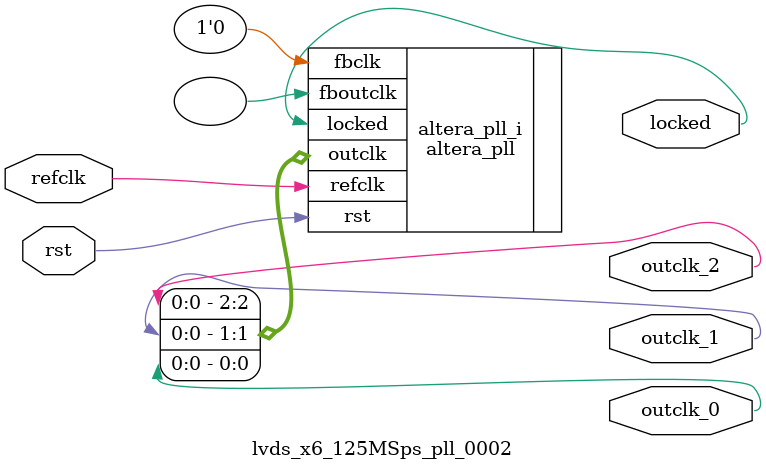
<source format=v>
`timescale 1ns/10ps
module  lvds_x6_125MSps_pll_0002(

	// interface 'refclk'
	input wire refclk,

	// interface 'reset'
	input wire rst,

	// interface 'outclk0'
	output wire outclk_0,

	// interface 'outclk1'
	output wire outclk_1,

	// interface 'outclk2'
	output wire outclk_2,

	// interface 'locked'
	output wire locked
);

	altera_pll #(
		.fractional_vco_multiplier("false"),
		.reference_clock_frequency("375.0 MHz"),
		.operation_mode("lvds"),
		.number_of_clocks(3),
		.output_clock_frequency0("750.000000 MHz"),
		.phase_shift0("666 ps"),
		.duty_cycle0(50),
		.output_clock_frequency1("125.000000 MHz"),
		.phase_shift1("5333 ps"),
		.duty_cycle1(17),
		.output_clock_frequency2("125.000000 MHz"),
		.phase_shift2("7333 ps"),
		.duty_cycle2(50),
		.output_clock_frequency3("0 MHz"),
		.phase_shift3("0 ps"),
		.duty_cycle3(50),
		.output_clock_frequency4("0 MHz"),
		.phase_shift4("0 ps"),
		.duty_cycle4(50),
		.output_clock_frequency5("0 MHz"),
		.phase_shift5("0 ps"),
		.duty_cycle5(50),
		.output_clock_frequency6("0 MHz"),
		.phase_shift6("0 ps"),
		.duty_cycle6(50),
		.output_clock_frequency7("0 MHz"),
		.phase_shift7("0 ps"),
		.duty_cycle7(50),
		.output_clock_frequency8("0 MHz"),
		.phase_shift8("0 ps"),
		.duty_cycle8(50),
		.output_clock_frequency9("0 MHz"),
		.phase_shift9("0 ps"),
		.duty_cycle9(50),
		.output_clock_frequency10("0 MHz"),
		.phase_shift10("0 ps"),
		.duty_cycle10(50),
		.output_clock_frequency11("0 MHz"),
		.phase_shift11("0 ps"),
		.duty_cycle11(50),
		.output_clock_frequency12("0 MHz"),
		.phase_shift12("0 ps"),
		.duty_cycle12(50),
		.output_clock_frequency13("0 MHz"),
		.phase_shift13("0 ps"),
		.duty_cycle13(50),
		.output_clock_frequency14("0 MHz"),
		.phase_shift14("0 ps"),
		.duty_cycle14(50),
		.output_clock_frequency15("0 MHz"),
		.phase_shift15("0 ps"),
		.duty_cycle15(50),
		.output_clock_frequency16("0 MHz"),
		.phase_shift16("0 ps"),
		.duty_cycle16(50),
		.output_clock_frequency17("0 MHz"),
		.phase_shift17("0 ps"),
		.duty_cycle17(50),
		.pll_type("General"),
		.pll_subtype("General")
	) altera_pll_i (
		.rst	(rst),
		.outclk	({outclk_2, outclk_1, outclk_0}),
		.locked	(locked),
		.fboutclk	( ),
		.fbclk	(1'b0),
		.refclk	(refclk)
	);
endmodule


</source>
